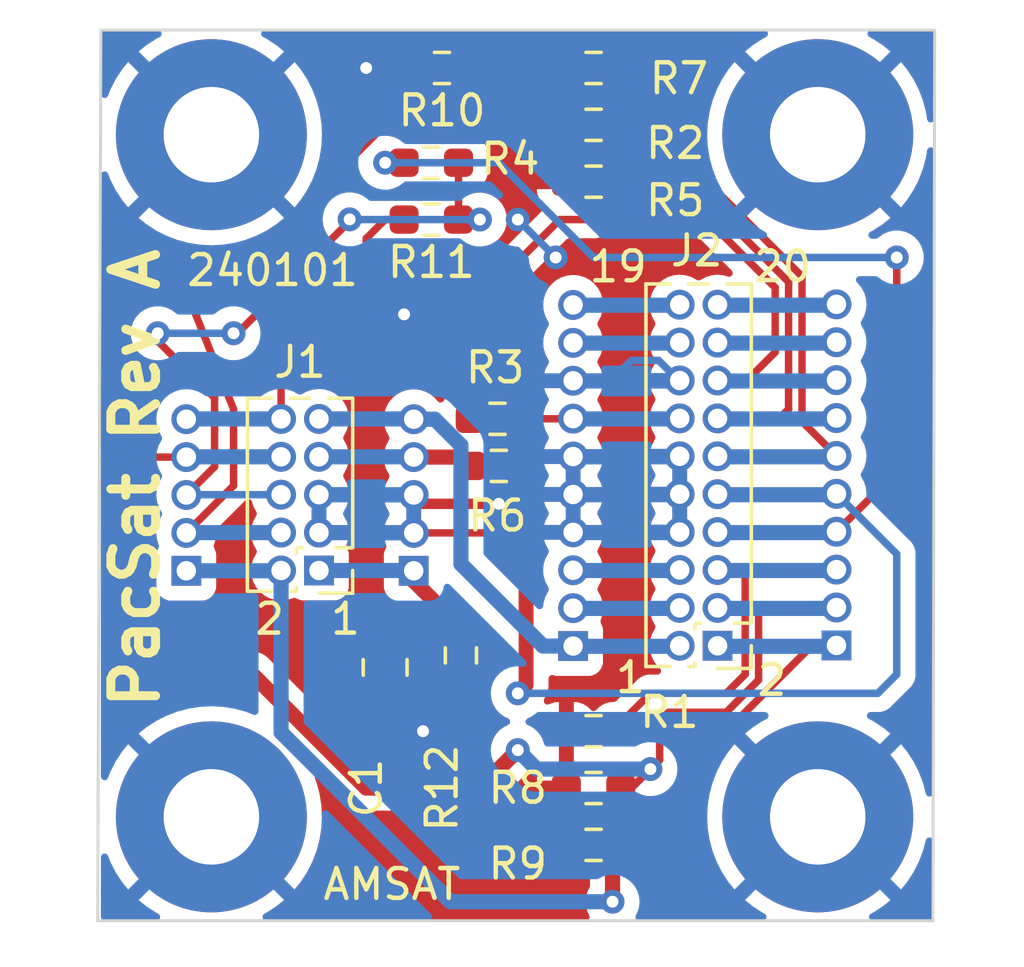
<source format=kicad_pcb>
(kicad_pcb (version 20221018) (generator pcbnew)
  (layers (0 "F.Cu" signal) (31 "B.Cu" signal) (34 "B.Paste" user) (35 "F.Paste" user) (36 "B.SilkS" user "B.Silkscreen") (37 "F.SilkS" user "F.Silkscreen") (38 "B.Mask" user) (39 "F.Mask" user) (44 "Edge.Cuts" user))
  (net 0 "")
  (net 1 "+3.3V")
  (net 2 "Net-(J1-Pin_2)")
  (net 3 "GND")
  (net 4 "Net-(J1-Pin_4)")
  (net 5 "Net-(J1-Pin_6)")
  (net 6 "Net-(J1-Pin_7)")
  (net 7 "Net-(J1-Pin_8)")
  (net 8 "Net-(J1-Pin_10)")
  (net 9 "Net-(J2-Pin_4)")
  (net 10 "Net-(J2-Pin_6)")
  (net 11 "Net-(J2-Pin_14)")
  (net 12 "Net-(J2-Pin_19)")
  (net 13 "Net-(J1-Pin_9)")
  (net 14 "Net-(J2-Pin_9)")
  (net 15 "Net-(J2-Pin_11)")
  (net 16 "Net-(J2-Pin_17)")
  (net 17 "Net-(J2-Pin_18)")
  (net 18 "Net-(J2-Pin_20)")
  (net 19 "Net-(J2-Pin_7)")
  (net 20 "VDD")
  (net 21 "Net-(J2-Pin_5)")
  (net 22 "Net-(J2-Pin_13)")
  (footprint "Resistor_SMD:R_0603_1608Metric_Pad0.98x0.95mm_HandSolder" (layer "F.Cu") (at 97.1106 81.606269)
    (fp_text reference "R3" (at -0.079462 -1.71419) (layer "F.SilkS"))
    (fp_text value "5.1K")
    (fp_line (start -0.254724 -0.5225) (end 0.254724 -0.5225) (stroke (width 0.12)) (layer "F.SilkS"))
    (fp_line (start -0.254724 0.5225) (end 0.254724 0.5225) (stroke (width 0.12)) (layer "F.SilkS"))
    (pad "1" smd roundrect (at -0.9125 0) (size 0.975 0.95) (layers "F.Cu" "F.Paste" "F.Mask") (net 1 "+3.3V"))
    (pad "2" smd roundrect (at 0.9125 0) (size 0.975 0.95) (layers "F.Cu" "F.Paste" "F.Mask") (net 11 "Net-(J2-Pin_14)"))
  )
  (footprint "Connector_PinHeader_1.27mm:PinHeader_2x05_P1.27mm_Vertical" (layer "F.Cu") (at 91.1275 86.690231 180)
    (fp_text reference "J1" (at 0.635 6.985) (layer "F.SilkS"))
    (fp_text value "CONN_02X05")
    (fp_line (start -1.13 -0.76) (end 0 -0.76) (stroke (width 0.12)) (layer "F.SilkS"))
    (fp_line (start -1.13 0) (end -1.13 -0.76) (stroke (width 0.12)) (layer "F.SilkS"))
    (fp_line (start -1.13 0.76) (end -1.13 5.775) (stroke (width 0.12)) (layer "F.SilkS"))
    (fp_line (start -1.13 0.76) (end -0.563471 0.76) (stroke (width 0.12)) (layer "F.SilkS"))
    (fp_line (start -1.13 5.775) (end -0.30753 5.775) (stroke (width 0.12)) (layer "F.SilkS"))
    (fp_line (start 0.30753 5.775) (end 0.96247 5.775) (stroke (width 0.12)) (layer "F.SilkS"))
    (fp_line (start 0.563471 0.76) (end 0.706529 0.76) (stroke (width 0.12)) (layer "F.SilkS"))
    (fp_line (start 0.76 -0.695) (end 0.96247 -0.695) (stroke (width 0.12)) (layer "F.SilkS"))
    (fp_line (start 0.76 -0.563471) (end 0.76 -0.695) (stroke (width 0.12)) (layer "F.SilkS"))
    (fp_line (start 0.76 0.706529) (end 0.76 0.563471) (stroke (width 0.12)) (layer "F.SilkS"))
    (fp_line (start 1.57753 -0.695) (end 2.4 -0.695) (stroke (width 0.12)) (layer "F.SilkS"))
    (fp_line (start 1.57753 5.775) (end 2.4 5.775) (stroke (width 0.12)) (layer "F.SilkS"))
    (fp_line (start 2.4 -0.695) (end 2.4 5.775) (stroke (width 0.12)) (layer "F.SilkS"))
    (pad "1" thru_hole rect (at 0 0 180) (size 1 1) (drill 0.65) (layers "*.Cu" "*.Mask") (net 20 "VDD"))
    (pad "2" thru_hole oval (at 1.27 0 180) (size 1 1) (drill 0.65) (layers "*.Cu" "*.Mask") (net 2 "Net-(J1-Pin_2)"))
    (pad "3" thru_hole oval (at 0 1.27 180) (size 1 1) (drill 0.65) (layers "*.Cu" "*.Mask") (net 3 "GND"))
    (pad "4" thru_hole oval (at 1.27 1.27 180) (size 1 1) (drill 0.65) (layers "*.Cu" "*.Mask") (net 4 "Net-(J1-Pin_4)"))
    (pad "5" thru_hole oval (at 0 2.54 180) (size 1 1) (drill 0.65) (layers "*.Cu" "*.Mask") (net 3 "GND"))
    (pad "6" thru_hole oval (at 1.27 2.54 180) (size 1 1) (drill 0.65) (layers "*.Cu" "*.Mask") (net 5 "Net-(J1-Pin_6)"))
    (pad "7" thru_hole oval (at 0 3.81 180) (size 1 1) (drill 0.65) (layers "*.Cu" "*.Mask") (net 6 "Net-(J1-Pin_7)"))
    (pad "8" thru_hole oval (at 1.27 3.81 180) (size 1 1) (drill 0.65) (layers "*.Cu" "*.Mask") (net 7 "Net-(J1-Pin_8)"))
    (pad "9" thru_hole oval (at 0 5.08 180) (size 1 1) (drill 0.65) (layers "*.Cu" "*.Mask") (net 13 "Net-(J1-Pin_9)"))
    (pad "10" thru_hole oval (at 1.27 5.08 180) (size 1 1) (drill 0.65) (layers "*.Cu" "*.Mask") (net 8 "Net-(J1-Pin_10)"))
  )
  (footprint "MountingHole:MountingHole_3.2mm_M3_Pad_TopBottom" (layer "F.Cu") (at 87.52205 94.945231)
    (fp_text reference "H4" hide)
    (fp_text value "MountingHole_Pad")
    (pad "1" thru_hole circle (at 0 0) (size 3.6 3.6) (drill 3.2) (layers "*.Cu" "*.Mask") (net 3 "GND"))
    (pad "1" connect circle (at 0 0) (size 6.4 6.4) (layers "F.Cu" "F.Mask") (net 3 "GND"))
    (pad "1" connect circle (at 0 0) (size 6.4 6.4) (layers "B.Cu" "B.Mask") (net 3 "GND"))
  )
  (footprint "MountingHole:MountingHole_3.2mm_M3_Pad_TopBottom" (layer "F.Cu") (at 107.84205 72.085231)
    (fp_text reference "H1" hide)
    (fp_text value "MountingHole_Pad" hide)
    (pad "1" thru_hole circle (at 0 0) (size 3.6 3.6) (drill 3.2) (layers "*.Cu" "*.Mask") (net 3 "GND"))
    (pad "1" connect circle (at 0 0) (size 6.4 6.4) (layers "F.Cu" "F.Mask") (net 3 "GND"))
    (pad "1" connect circle (at 0 0) (size 6.4 6.4) (layers "B.Cu" "B.Mask") (net 3 "GND"))
  )
  (footprint "Resistor_SMD:R_0603_1608Metric_Pad0.98x0.95mm_HandSolder" (layer "F.Cu") (at 100.33 71.755)
    (fp_text reference "R2" (at 2.73664 0.619086) (layer "F.SilkS"))
    (fp_text value "5.1K")
    (fp_line (start -0.254724 -0.5225) (end 0.254724 -0.5225) (stroke (width 0.12)) (layer "F.SilkS"))
    (fp_line (start -0.254724 0.5225) (end 0.254724 0.5225) (stroke (width 0.12)) (layer "F.SilkS"))
    (pad "1" smd roundrect (at -0.9125 0) (size 0.975 0.95) (layers "F.Cu" "F.Paste" "F.Mask") (net 1 "+3.3V"))
    (pad "2" smd roundrect (at 0.9125 0) (size 0.975 0.95) (layers "F.Cu" "F.Paste" "F.Mask") (net 22 "Net-(J2-Pin_13)"))
  )
  (footprint "Resistor_SMD:R_0603_1608Metric_Pad0.98x0.95mm_HandSolder" (layer "F.Cu") (at 94.8925 73.025 180)
    (fp_text reference "R4" (at -2.6435 0.127) (layer "F.SilkS"))
    (fp_text value "22")
    (fp_line (start -0.254724 -0.5225) (end 0.254724 -0.5225) (stroke (width 0.12)) (layer "F.SilkS"))
    (fp_line (start -0.254724 0.5225) (end 0.254724 0.5225) (stroke (width 0.12)) (layer "F.SilkS"))
    (pad "1" smd roundrect (at -0.9125 0 180) (size 0.975 0.95) (layers "F.Cu" "F.Paste" "F.Mask") (net 5 "Net-(J1-Pin_6)"))
    (pad "2" smd roundrect (at 0.9125 0 180) (size 0.975 0.95) (layers "F.Cu" "F.Paste" "F.Mask") (net 19 "Net-(J2-Pin_7)"))
  )
  (footprint "Resistor_SMD:R_0603_1608Metric_Pad0.98x0.95mm_HandSolder" (layer "F.Cu") (at 100.33 93.98)
    (fp_text reference "R8" (at -2.54 0) (layer "F.SilkS"))
    (fp_text value "5.1K")
    (fp_line (start -0.254724 -0.5225) (end 0.254724 -0.5225) (stroke (width 0.12)) (layer "F.SilkS"))
    (fp_line (start -0.254724 0.5225) (end 0.254724 0.5225) (stroke (width 0.12)) (layer "F.SilkS"))
    (pad "1" smd roundrect (at -0.9125 0) (size 0.975 0.95) (layers "F.Cu" "F.Paste" "F.Mask") (net 1 "+3.3V"))
    (pad "2" smd roundrect (at 0.9125 0) (size 0.975 0.95) (layers "F.Cu" "F.Paste" "F.Mask") (net 7 "Net-(J1-Pin_8)"))
  )
  (footprint "Resistor_SMD:R_0603_1608Metric_Pad0.98x0.95mm_HandSolder" (layer "F.Cu") (at 100.33 73.66)
    (fp_text reference "R5" (at 2.73664 0.631995) (layer "F.SilkS"))
    (fp_text value "5.1K")
    (fp_line (start -0.254724 -0.5225) (end 0.254724 -0.5225) (stroke (width 0.12)) (layer "F.SilkS"))
    (fp_line (start -0.254724 0.5225) (end 0.254724 0.5225) (stroke (width 0.12)) (layer "F.SilkS"))
    (pad "1" smd roundrect (at -0.9125 0) (size 0.975 0.95) (layers "F.Cu" "F.Paste" "F.Mask") (net 1 "+3.3V"))
    (pad "2" smd roundrect (at 0.9125 0) (size 0.975 0.95) (layers "F.Cu" "F.Paste" "F.Mask") (net 8 "Net-(J1-Pin_10)"))
  )
  (footprint "Resistor_SMD:R_0603_1608Metric_Pad0.98x0.95mm_HandSolder" (layer "F.Cu") (at 100.33 69.85)
    (fp_text reference "R7" (at 2.862818 0.353821) (layer "F.SilkS"))
    (fp_text value "22")
    (fp_line (start -0.254724 -0.5225) (end 0.254724 -0.5225) (stroke (width 0.12)) (layer "F.SilkS"))
    (fp_line (start -0.254724 0.5225) (end 0.254724 0.5225) (stroke (width 0.12)) (layer "F.SilkS"))
    (pad "1" smd roundrect (at -0.9125 0) (size 0.975 0.95) (layers "F.Cu" "F.Paste" "F.Mask") (net 4 "Net-(J1-Pin_4)"))
    (pad "2" smd roundrect (at 0.9125 0) (size 0.975 0.95) (layers "F.Cu" "F.Paste" "F.Mask") (net 15 "Net-(J2-Pin_11)"))
  )
  (footprint "Resistor_SMD:R_0603_1608Metric_Pad0.98x0.95mm_HandSolder" (layer "F.Cu") (at 94.8925 74.93 180)
    (fp_text reference "R11" (at 0 -1.43) (layer "F.SilkS"))
    (fp_text value "5.1K")
    (fp_line (start -0.254724 -0.5225) (end 0.254724 -0.5225) (stroke (width 0.12)) (layer "F.SilkS"))
    (fp_line (start -0.254724 0.5225) (end 0.254724 0.5225) (stroke (width 0.12)) (layer "F.SilkS"))
    (pad "1" smd roundrect (at -0.9125 0 180) (size 0.975 0.95) (layers "F.Cu" "F.Paste" "F.Mask") (net 5 "Net-(J1-Pin_6)"))
    (pad "2" smd roundrect (at 0.9125 0 180) (size 0.975 0.95) (layers "F.Cu" "F.Paste" "F.Mask") (net 3 "GND"))
  )
  (footprint "Connector_PinHeader_1.27mm:PinHeader_1x05_P1.27mm_Vertical" (layer "F.Cu") (at 94.3025 86.700231 180)
    (fp_text reference "J3" hide)
    (fp_text value "Conn_01x05_Pin")
    (pad "1" thru_hole rect (at 0 0 180) (size 1 1) (drill 0.65) (layers "*.Cu" "*.Mask") (net 20 "VDD"))
    (pad "2" thru_hole oval (at 0 1.27 180) (size 1 1) (drill 0.65) (layers "*.Cu" "*.Mask") (net 3 "GND"))
    (pad "3" thru_hole oval (at 0 2.54 180) (size 1 1) (drill 0.65) (layers "*.Cu" "*.Mask") (net 3 "GND"))
    (pad "4" thru_hole oval (at 0 3.81 180) (size 1 1) (drill 0.65) (layers "*.Cu" "*.Mask") (net 6 "Net-(J1-Pin_7)"))
    (pad "5" thru_hole oval (at 0 5.08 180) (size 1 1) (drill 0.65) (layers "*.Cu" "*.Mask") (net 13 "Net-(J1-Pin_9)"))
  )
  (footprint "Connector_PinHeader_1.27mm:PinHeader_1x10_P1.27mm_Vertical" (layer "F.Cu") (at 108.470146 89.200478 180)
    (fp_text reference "J5" hide)
    (fp_text value "Conn_01x10_Pin")
    (pad "1" thru_hole rect (at 0 0 180) (size 1 1) (drill 0.65) (layers "*.Cu" "*.Mask") (net 2 "Net-(J1-Pin_2)"))
    (pad "2" thru_hole oval (at 0 1.27 180) (size 1 1) (drill 0.65) (layers "*.Cu" "*.Mask") (net 7 "Net-(J1-Pin_8)"))
    (pad "3" thru_hole oval (at 0 2.54 180) (size 1 1) (drill 0.65) (layers "*.Cu" "*.Mask") (net 21 "Net-(J2-Pin_5)"))
    (pad "4" thru_hole oval (at 0 3.81 180) (size 1 1) (drill 0.65) (layers "*.Cu" "*.Mask") (net 19 "Net-(J2-Pin_7)"))
    (pad "5" thru_hole oval (at 0 5.08 180) (size 1 1) (drill 0.65) (layers "*.Cu" "*.Mask") (net 14 "Net-(J2-Pin_9)"))
    (pad "6" thru_hole oval (at 0 6.35 180) (size 1 1) (drill 0.65) (layers "*.Cu" "*.Mask") (net 15 "Net-(J2-Pin_11)"))
    (pad "7" thru_hole oval (at 0 7.62 180) (size 1 1) (drill 0.65) (layers "*.Cu" "*.Mask") (net 22 "Net-(J2-Pin_13)"))
    (pad "8" thru_hole oval (at 0 8.89 180) (size 1 1) (drill 0.65) (layers "*.Cu" "*.Mask") (net 8 "Net-(J1-Pin_10)"))
    (pad "9" thru_hole oval (at 0 10.16 180) (size 1 1) (drill 0.65) (layers "*.Cu" "*.Mask") (net 16 "Net-(J2-Pin_17)"))
    (pad "10" thru_hole oval (at 0 11.43 180) (size 1 1) (drill 0.65) (layers "*.Cu" "*.Mask") (net 12 "Net-(J2-Pin_19)"))
  )
  (footprint "Resistor_SMD:R_0603_1608Metric_Pad0.98x0.95mm_HandSolder" (layer "F.Cu") (at 97.155 83.185)
    (fp_text reference "R6" (at -0.050842 1.672425) (layer "F.SilkS"))
    (fp_text value "22")
    (fp_line (start -0.254724 -0.5225) (end 0.254724 -0.5225) (stroke (width 0.12)) (layer "F.SilkS"))
    (fp_line (start -0.254724 0.5225) (end 0.254724 0.5225) (stroke (width 0.12)) (layer "F.SilkS"))
    (pad "1" smd roundrect (at -0.9125 0) (size 0.975 0.95) (layers "F.Cu" "F.Paste" "F.Mask") (net 6 "Net-(J1-Pin_7)"))
    (pad "2" smd roundrect (at 0.9125 0) (size 0.975 0.95) (layers "F.Cu" "F.Paste" "F.Mask") (net 14 "Net-(J2-Pin_9)"))
  )
  (footprint "Connector_PinHeader_1.27mm:PinHeader_2x10_P1.27mm_Vertical" (layer "F.Cu") (at 104.485517 89.212421 180)
    (fp_text reference "J2" (at 0.699247 13.238363) (layer "F.SilkS"))
    (fp_text value "CONN_02X05")
    (fp_line (start -1.13 -0.76) (end 0 -0.76) (stroke (width 0.12)) (layer "F.SilkS"))
    (fp_line (start -1.13 0) (end -1.13 -0.76) (stroke (width 0.12)) (layer "F.SilkS"))
    (fp_line (start -1.13 0.76) (end -1.13 12.125) (stroke (width 0.12)) (layer "F.SilkS"))
    (fp_line (start -1.13 0.76) (end -0.563471 0.76) (stroke (width 0.12)) (layer "F.SilkS"))
    (fp_line (start -1.13 12.125) (end -0.30753 12.125) (stroke (width 0.12)) (layer "F.SilkS"))
    (fp_line (start 0.30753 12.125) (end 0.96247 12.125) (stroke (width 0.12)) (layer "F.SilkS"))
    (fp_line (start 0.563471 0.76) (end 0.706529 0.76) (stroke (width 0.12)) (layer "F.SilkS"))
    (fp_line (start 0.76 -0.695) (end 0.96247 -0.695) (stroke (width 0.12)) (layer "F.SilkS"))
    (fp_line (start 0.76 -0.563471) (end 0.76 -0.695) (stroke (width 0.12)) (layer "F.SilkS"))
    (fp_line (start 0.76 0.706529) (end 0.76 0.563471) (stroke (width 0.12)) (layer "F.SilkS"))
    (fp_line (start 1.57753 -0.695) (end 2.4 -0.695) (stroke (width 0.12)) (layer "F.SilkS"))
    (fp_line (start 1.57753 12.125) (end 2.4 12.125) (stroke (width 0.12)) (layer "F.SilkS"))
    (fp_line (start 2.4 -0.695) (end 2.4 12.125) (stroke (width 0.12)) (layer "F.SilkS"))
    (pad "1" thru_hole rect (at 0 0 180) (size 1 1) (drill 0.65) (layers "*.Cu" "*.Mask") (net 2 "Net-(J1-Pin_2)"))
    (pad "2" thru_hole oval (at 1.27 0 180) (size 1 1) (drill 0.65) (layers "*.Cu" "*.Mask") (net 13 "Net-(J1-Pin_9)"))
    (pad "3" thru_hole oval (at 0 1.27 180) (size 1 1) (drill 0.65) (layers "*.Cu" "*.Mask") (net 7 "Net-(J1-Pin_8)"))
    (pad "4" thru_hole oval (at 1.27 1.27 180) (size 1 1) (drill 0.65) (layers "*.Cu" "*.Mask") (net 9 "Net-(J2-Pin_4)"))
    (pad "5" thru_hole oval (at 0 2.54 180) (size 1 1) (drill 0.65) (layers "*.Cu" "*.Mask") (net 21 "Net-(J2-Pin_5)"))
    (pad "6" thru_hole oval (at 1.27 2.54 180) (size 1 1) (drill 0.65) (layers "*.Cu" "*.Mask") (net 10 "Net-(J2-Pin_6)"))
    (pad "7" thru_hole oval (at 0 3.81 180) (size 1 1) (drill 0.65) (layers "*.Cu" "*.Mask") (net 19 "Net-(J2-Pin_7)"))
    (pad "8" thru_hole oval (at 1.27 3.81 180) (size 1 1) (drill 0.65) (layers "*.Cu" "*.Mask") (net 3 "GND"))
    (pad "9" thru_hole oval (at 0 5.08 180) (size 1 1) (drill 0.65) (layers "*.Cu" "*.Mask") (net 14 "Net-(J2-Pin_9)"))
    (pad "10" thru_hole oval (at 1.27 5.08 180) (size 1 1) (drill 0.65) (layers "*.Cu" "*.Mask") (net 3 "GND"))
    (pad "11" thru_hole oval (at 0 6.35 180) (size 1 1) (drill 0.65) (layers "*.Cu" "*.Mask") (net 15 "Net-(J2-Pin_11)"))
    (pad "12" thru_hole oval (at 1.27 6.35 180) (size 1 1) (drill 0.65) (layers "*.Cu" "*.Mask") (net 3 "GND"))
    (pad "13" thru_hole oval (at 0 7.62 180) (size 1 1) (drill 0.65) (layers "*.Cu" "*.Mask") (net 22 "Net-(J2-Pin_13)"))
    (pad "14" thru_hole oval (at 1.27 7.62 180) (size 1 1) (drill 0.65) (layers "*.Cu" "*.Mask") (net 11 "Net-(J2-Pin_14)"))
    (pad "15" thru_hole oval (at 0 8.89 180) (size 1 1) (drill 0.65) (layers "*.Cu" "*.Mask") (net 8 "Net-(J1-Pin_10)"))
    (pad "16" thru_hole oval (at 1.27 8.89 180) (size 1 1) (drill 0.65) (layers "*.Cu" "*.Mask") (net 3 "GND"))
    (pad "17" thru_hole oval (at 0 10.16 180) (size 1 1) (drill 0.65) (layers "*.Cu" "*.Mask") (net 16 "Net-(J2-Pin_17)"))
    (pad "18" thru_hole oval (at 1.27 10.16 180) (size 1 1) (drill 0.65) (layers "*.Cu" "*.Mask") (net 17 "Net-(J2-Pin_18)"))
    (pad "19" thru_hole oval (at 0 11.43 180) (size 1 1) (drill 0.65) (layers "*.Cu" "*.Mask") (net 12 "Net-(J2-Pin_19)"))
    (pad "20" thru_hole oval (at 1.27 11.43 180) (size 1 1) (drill 0.65) (layers "*.Cu" "*.Mask") (net 18 "Net-(J2-Pin_20)"))
  )
  (footprint "Connector_PinHeader_1.27mm:PinHeader_1x05_P1.27mm_Vertical" (layer "F.Cu") (at 86.6825 86.69952 180)
    (fp_text reference "J4" hide)
    (fp_text value "Conn_01x05_Pin")
    (pad "1" thru_hole rect (at 0 0 180) (size 1 1) (drill 0.65) (layers "*.Cu" "*.Mask") (net 2 "Net-(J1-Pin_2)"))
    (pad "2" thru_hole oval (at 0 1.27 180) (size 1 1) (drill 0.65) (layers "*.Cu" "*.Mask") (net 4 "Net-(J1-Pin_4)"))
    (pad "3" thru_hole oval (at 0 2.54 180) (size 1 1) (drill 0.65) (layers "*.Cu" "*.Mask") (net 5 "Net-(J1-Pin_6)"))
    (pad "4" thru_hole oval (at 0 3.81 180) (size 1 1) (drill 0.65) (layers "*.Cu" "*.Mask") (net 7 "Net-(J1-Pin_8)"))
    (pad "5" thru_hole oval (at 0 5.08 180) (size 1 1) (drill 0.65) (layers "*.Cu" "*.Mask") (net 8 "Net-(J1-Pin_10)"))
  )
  (footprint "Resistor_SMD:R_0603_1608Metric_Pad0.98x0.95mm_HandSolder" (layer "F.Cu") (at 95.885 89.535 90)
    (fp_text reference "R12" (at -4.445 -0.635 90) (layer "F.SilkS"))
    (fp_text value "100")
    (fp_line (start -0.254724 -0.5225) (end 0.254724 -0.5225) (stroke (width 0.12)) (layer "F.SilkS"))
    (fp_line (start -0.254724 0.5225) (end 0.254724 0.5225) (stroke (width 0.12)) (layer "F.SilkS"))
    (pad "1" smd roundrect (at -0.9125 0 90) (size 0.975 0.95) (layers "F.Cu" "F.Paste" "F.Mask") (net 1 "+3.3V"))
    (pad "2" smd roundrect (at 0.9125 0 90) (size 0.975 0.95) (layers "F.Cu" "F.Paste" "F.Mask") (net 20 "VDD"))
  )
  (footprint "Capacitor_SMD:C_0805_2012Metric_Pad1.18x1.45mm_HandSolder" (layer "F.Cu") (at 93.345 89.9375 -90)
    (fp_text reference "C1" (at 4.0425 0.635 90) (layer "F.SilkS"))
    (fp_text value ".1u")
    (fp_line (start -0.261252 -0.735) (end 0.261252 -0.735) (stroke (width 0.12)) (layer "F.SilkS"))
    (fp_line (start -0.261252 0.735) (end 0.261252 0.735) (stroke (width 0.12)) (layer "F.SilkS"))
    (pad "1" smd roundrect (at -1.0375 0 270) (size 1.175 1.45) (layers "F.Cu" "F.Paste" "F.Mask") (roundrect_rratio 0.212766) (net 1 "+3.3V"))
    (pad "2" smd roundrect (at 1.0375 0 270) (size 1.175 1.45) (layers "F.Cu" "F.Paste" "F.Mask") (roundrect_rratio 0.212766) (net 3 "GND"))
  )
  (footprint "Resistor_SMD:R_0603_1608Metric_Pad0.98x0.95mm_HandSolder" (layer "F.Cu") (at 95.25 69.85 180)
    (fp_text reference "R10" (at 0 -1.43) (layer "F.SilkS"))
    (fp_text value "5.1K")
    (fp_line (start -0.254724 -0.5225) (end 0.254724 -0.5225) (stroke (width 0.12)) (layer "F.SilkS"))
    (fp_line (start -0.254724 0.5225) (end 0.254724 0.5225) (stroke (width 0.12)) (layer "F.SilkS"))
    (pad "1" smd roundrect (at -0.9125 0 180) (size 0.975 0.95) (layers "F.Cu" "F.Paste" "F.Mask") (net 4 "Net-(J1-Pin_4)"))
    (pad "2" smd roundrect (at 0.9125 0 180) (size 0.975 0.95) (layers "F.Cu" "F.Paste" "F.Mask") (net 3 "GND"))
  )
  (footprint "Connector_PinHeader_1.27mm:PinHeader_1x10_P1.27mm_Vertical" (layer "F.Cu") (at 99.644309 89.221539 180)
    (fp_text reference "J6" hide)
    (fp_text value "Conn_01x10_Pin")
    (pad "1" thru_hole rect (at 0 0 180) (size 1 1) (drill 0.65) (layers "*.Cu" "*.Mask") (net 13 "Net-(J1-Pin_9)"))
    (pad "2" thru_hole oval (at 0 1.27 180) (size 1 1) (drill 0.65) (layers "*.Cu" "*.Mask") (net 9 "Net-(J2-Pin_4)"))
    (pad "3" thru_hole oval (at 0 2.54 180) (size 1 1) (drill 0.65) (layers "*.Cu" "*.Mask") (net 10 "Net-(J2-Pin_6)"))
    (pad "4" thru_hole oval (at 0 3.81 180) (size 1 1) (drill 0.65) (layers "*.Cu" "*.Mask") (net 3 "GND"))
    (pad "5" thru_hole oval (at 0 5.08 180) (size 1 1) (drill 0.65) (layers "*.Cu" "*.Mask") (net 3 "GND"))
    (pad "6" thru_hole oval (at 0 6.35 180) (size 1 1) (drill 0.65) (layers "*.Cu" "*.Mask") (net 3 "GND"))
    (pad "7" thru_hole oval (at 0 7.62 180) (size 1 1) (drill 0.65) (layers "*.Cu" "*.Mask") (net 11 "Net-(J2-Pin_14)"))
    (pad "8" thru_hole oval (at 0 8.89 180) (size 1 1) (drill 0.65) (layers "*.Cu" "*.Mask") (net 3 "GND"))
    (pad "9" thru_hole oval (at 0 10.16 180) (size 1 1) (drill 0.65) (layers "*.Cu" "*.Mask") (net 17 "Net-(J2-Pin_18)"))
    (pad "10" thru_hole oval (at 0 11.43 180) (size 1 1) (drill 0.65) (layers "*.Cu" "*.Mask") (net 18 "Net-(J2-Pin_20)"))
  )
  (footprint "Resistor_SMD:R_0603_1608Metric_Pad0.98x0.95mm_HandSolder" (layer "F.Cu") (at 100.33 95.885)
    (fp_text reference "R9" (at -2.54 0.635) (layer "F.SilkS"))
    (fp_text value "5.1K")
    (fp_line (start -0.254724 -0.5225) (end 0.254724 -0.5225) (stroke (width 0.12)) (layer "F.SilkS"))
    (fp_line (start -0.254724 0.5225) (end 0.254724 0.5225) (stroke (width 0.12)) (layer "F.SilkS"))
    (pad "1" smd roundrect (at -0.9125 0) (size 0.975 0.95) (layers "F.Cu" "F.Paste" "F.Mask") (net 1 "+3.3V"))
    (pad "2" smd roundrect (at 0.9125 0) (size 0.975 0.95) (layers "F.Cu" "F.Paste" "F.Mask") (net 2 "Net-(J1-Pin_2)"))
  )
  (footprint "MountingHole:MountingHole_3.2mm_M3_Pad_TopBottom" (layer "F.Cu") (at 87.52205 72.085231)
    (fp_text reference "H3" hide)
    (fp_text value "MountingHole_Pad")
    (pad "1" thru_hole circle (at 0 0) (size 3.6 3.6) (drill 3.2) (layers "*.Cu" "*.Mask") (net 3 "GND"))
    (pad "1" connect circle (at 0 0) (size 6.4 6.4) (layers "F.Cu" "F.Mask") (net 3 "GND"))
    (pad "1" connect circle (at 0 0) (size 6.4 6.4) (layers "B.Cu" "B.Mask") (net 3 "GND"))
  )
  (footprint "MountingHole:MountingHole_3.2mm_M3_Pad_TopBottom" (layer "F.Cu") (at 107.84205 94.945231)
    (fp_text reference "H2" hide)
    (fp_text value "MountingHole_Pad")
    (pad "1" thru_hole circle (at 0 0) (size 3.6 3.6) (drill 3.2) (layers "*.Cu" "*.Mask") (net 3 "GND"))
    (pad "1" connect circle (at 0 0) (size 6.4 6.4) (layers "F.Cu" "F.Mask") (net 3 "GND"))
    (pad "1" connect circle (at 0 0) (size 6.4 6.4) (layers "B.Cu" "B.Mask") (net 3 "GND"))
  )
  (footprint "Resistor_SMD:R_0603_1608Metric_Pad0.98x0.95mm_HandSolder" (layer "F.Cu") (at 100.33 92.075)
    (fp_text reference "R1" (at 2.54 -0.635) (layer "F.SilkS"))
    (fp_text value "100")
    (fp_line (start -0.254724 -0.5225) (end 0.254724 -0.5225) (stroke (width 0.12)) (layer "F.SilkS"))
    (fp_line (start -0.254724 0.5225) (end 0.254724 0.5225) (stroke (width 0.12)) (layer "F.SilkS"))
    (pad "1" smd roundrect (at -0.9125 0) (size 0.975 0.95) (layers "F.Cu" "F.Paste" "F.Mask") (net 1 "+3.3V"))
    (pad "2" smd roundrect (at 0.9125 0) (size 0.975 0.95) (layers "F.Cu" "F.Paste" "F.Mask") (net 21 "Net-(J2-Pin_5)"))
  )
  (gr_line (start 111.76 68.58) (end 83.82 68.58) (stroke (width 0.1)) (layer "Edge.Cuts"))
  (gr_line (start 83.71205 98.425) (end 111.703485 98.425) (stroke (width 0.1)) (layer "Edge.Cuts"))
  (gr_line (start 83.71205 98.425) (end 83.82 68.58) (stroke (width 0.1)) (layer "Edge.Cuts"))
  (gr_line (start 111.76 68.58) (end 111.703485 98.425) (stroke (width 0.1)) (layer "Edge.Cuts"))
  (gr_text "20" (at 105.615517 77.087421) (layer "F.SilkS") (effects (font (size 1 1)) (justify left bottom)))
  (gr_text "19" (at 100.101589 77.094201) (layer "F.SilkS") (effects (font (size 1 1)) (justify left bottom)))
  (gr_text "2" (at 88.9 88.9) (layer "F.SilkS") (effects (font (size 1 1)) (justify left bottom)))
  (gr_text "1" (at 91.44 88.9) (layer "F.SilkS") (effects (font (size 1 1)) (justify left bottom)))
  (gr_text "2" (at 105.731782 90.948603) (layer "F.SilkS") (effects (font (size 1 1)) (justify left bottom)))
  (gr_text "PacSat Rev A" (at 85.852 91.44 90) (layer "F.SilkS") (effects (font (size 1.5 1.5) (thickness 0.3) bold) (justify left bottom)))
  (gr_text "1" (at 100.985912 90.860171) (layer "F.SilkS") (effects (font (size 1 1)) (justify left bottom)))
  (gr_text "AMSAT\n" (at 91.186 97.79) (layer "F.SilkS") (effects (font (size 1 1)) (justify left bottom)))
  (gr_text "240101" (at 86.614 77.216) (layer "F.SilkS") (effects (font (size 1 1)) (justify left bottom)))
  (segment (start 99.06 76.2) (end 97.155 78.105) (width 0.25) (layer "F.Cu") (net 1))
  (segment (start 97.155 80.01) (end 96.1981 80.9669) (width 0.25) (layer "F.Cu") (net 1))
  (segment (start 96.1981 80.9669) (end 96.1981 81.606269) (width 0.25) (layer "F.Cu") (net 1))
  (segment (start 97.155 78.105) (end 97.155 80.01) (width 0.25) (layer "F.Cu") (net 1))
  (via (at 97.79 74.93) (size 0.8) (drill 0.4) (layers "F.Cu" "B.Cu") (net 1))
  (via (at 99.06 76.2) (size 0.8) (drill 0.4) (layers "F.Cu" "B.Cu") (net 1))
  (segment (start 99.06 76.2) (end 97.79 74.93) (width 0.25) (layer "B.Cu") (net 1))
  (segment (start 103.387768 94.097232) (end 103.387768 92.19393) (width 0.25) (layer "F.Cu") (net 2))
  (segment (start 103.387768 92.19393) (end 104.658862 92.19393) (width 0.25) (layer "F.Cu") (net 2))
  (segment (start 100.965 96.1625) (end 101.2425 95.885) (width 0.508) (layer "F.Cu") (net 2))
  (segment (start 86.6825 86.69952) (end 86.673211 86.690231) (width 0.508) (layer "F.Cu") (net 2))
  (segment (start 101.6 95.885) (end 103.387768 94.097232) (width 0.25) (layer "F.Cu") (net 2))
  (segment (start 89.848211 86.69952) (end 89.8575 86.690231) (width 0.508) (layer "F.Cu") (net 2))
  (segment (start 107.652314 89.200478) (end 108.470146 89.200478) (width 0.25) (layer "F.Cu") (net 2))
  (segment (start 104.658862 92.19393) (end 107.652314 89.200478) (width 0.25) (layer "F.Cu") (net 2))
  (segment (start 101.2425 95.885) (end 101.6 95.885) (width 0.25) (layer "F.Cu") (net 2))
  (segment (start 100.965 97.79) (end 100.965 96.1625) (width 0.508) (layer "F.Cu") (net 2))
  (via (at 100.965 97.79) (size 0.8) (drill 0.4) (layers "F.Cu" "B.Cu") (net 2))
  (segment (start 100.753629 97.79) (end 100.965 97.79) (width 0.508) (layer "B.Cu") (net 2))
  (segment (start 95.534356 97.79) (end 100.753629 97.79) (width 0.508) (layer "B.Cu") (net 2))
  (segment (start 89.8575 86.690231) (end 89.8575 92.113144) (width 0.508) (layer "B.Cu") (net 2))
  (segment (start 108.47705 89.230231) (end 104.66705 89.230231) (width 0.508) (layer "B.Cu") (net 2))
  (segment (start 89.8575 92.113144) (end 95.534356 97.79) (width 0.508) (layer "B.Cu") (net 2))
  (segment (start 100.965 97.79) (end 101.030582 97.79) (width 0.508) (layer "B.Cu") (net 2))
  (segment (start 86.6825 86.69952) (end 89.848211 86.69952) (width 0.508) (layer "B.Cu") (net 2))
  (segment (start 94.615 92.075) (end 94.445 92.075) (width 0.25) (layer "F.Cu") (net 3))
  (segment (start 94.2925 84.150231) (end 94.3025 84.160231) (width 0.508) (layer "F.Cu") (net 3))
  (segment (start 97.155 85.09) (end 96.860231 85.430231) (width 0.25) (layer "F.Cu") (net 3))
  (segment (start 92.71 69.85) (end 94.3375 69.85) (width 0.25) (layer "F.Cu") (net 3))
  (segment (start 97.155 84.455) (end 94.597269 84.455) (width 0.35) (layer "F.Cu") (net 3))
  (segment (start 97.155 84.455) (end 97.155 85.09) (width 0.25) (layer "F.Cu") (net 3))
  (segment (start 92.71 78.105) (end 92.71 75.565) (width 0.25) (layer "F.Cu") (net 3))
  (segment (start 96.860231 85.430231) (end 94.3025 85.430231) (width 0.25) (layer "F.Cu") (net 3))
  (segment (start 94.597269 84.455) (end 94.3025 84.160231) (width 0.35) (layer "F.Cu") (net 3))
  (segment (start 94.445 92.075) (end 93.345 90.975) (width 0.25) (layer "F.Cu") (net 3))
  (segment (start 94.2925 85.420231) (end 94.3025 85.430231) (width 0.508) (layer "F.Cu") (net 3))
  (segment (start 93.98 78.105) (end 92.71 78.105) (width 0.25) (layer "F.Cu") (net 3))
  (segment (start 92.71 75.565) (end 93.345 74.93) (width 0.25) (layer "F.Cu") (net 3))
  (segment (start 93.345 74.93) (end 93.98 74.93) (width 0.25) (layer "F.Cu") (net 3))
  (via (at 93.98 78.105) (size 0.8) (drill 0.4) (layers "F.Cu" "B.Cu") (net 3))
  (via (at 92.71 69.85) (size 0.8) (drill 0.4) (layers "F.Cu" "B.Cu") (net 3))
  (via (at 97.155 84.455) (size 0.8) (drill 0.4) (layers "F.Cu" "B.Cu") (net 3))
  (via (at 94.615 92.075) (size 0.8) (drill 0.4) (layers "F.Cu" "B.Cu") (net 3))
  (segment (start 103.182421 80.322421) (end 102.509232 79.649231) (width 0.25) (layer "B.Cu") (net 3))
  (segment (start 102.88781 80.322421) (end 102.87 80.340231) (width 0.25) (layer "B.Cu") (net 3))
  (segment (start 99.58705 80.340231) (end 102.87 80.340231) (width 0.508) (layer "B.Cu") (net 3))
  (segment (start 100.917692 80.331539) (end 99.644309 80.331539) (width 0.25) (layer "B.Cu") (net 3))
  (segment (start 101.6 79.649231) (end 100.917692 80.331539) (width 0.25) (layer "B.Cu") (net 3))
  (segment (start 99.58705 85.420231) (end 103.39705 85.420231) (width 0.508) (layer "B.Cu") (net 3))
  (segment (start 103.215517 80.322421) (end 103.182421 80.322421) (width 0.25) (layer "B.Cu") (net 3))
  (segment (start 102.509232 79.649231) (end 101.6 79.649231) (width 0.25) (layer "B.Cu") (net 3))
  (segment (start 99.58705 82.880231) (end 103.39705 82.880231) (width 0.508) (layer "B.Cu") (net 3))
  (segment (start 103.215517 80.322421) (end 102.88781 80.322421) (width 0.25) (layer "B.Cu") (net 3))
  (segment (start 102.87 80.340231) (end 103.39705 80.340231) (width 0.508) (layer "B.Cu") (net 3))
  (segment (start 91.1275 84.150231) (end 94.2925 84.150231) (width 0.508) (layer "B.Cu") (net 3))
  (segment (start 91.1275 85.420231) (end 94.2925 85.420231) (width 0.508) (layer "B.Cu") (net 3))
  (segment (start 99.58705 84.150231) (end 103.39705 84.150231) (width 0.508) (layer "B.Cu") (net 3))
  (segment (start 98.111539 84.141539) (end 97.155 83.185) (width 0.25) (layer "B.Cu") (net 3))
  (segment (start 99.644309 84.141539) (end 98.111539 84.141539) (width 0.25) (layer "B.Cu") (net 3))
  (segment (start 97.155 81.28) (end 93.98 78.105) (width 0.25) (layer "B.Cu") (net 3))
  (segment (start 97.155 83.185) (end 97.155 81.28) (width 0.25) (layer "B.Cu") (net 3))
  (segment (start 93.98 71.12) (end 86.995 78.105) (width 0.25) (layer "F.Cu") (net 4))
  (segment (start 86.995 78.105) (end 88.265 81.28) (width 0.25) (layer "F.Cu") (net 4))
  (segment (start 99.4175 69.85) (end 97.79 69.85) (width 0.25) (layer "F.Cu") (net 4))
  (segment (start 96.52 71.12) (end 93.98 71.12) (width 0.25) (layer "F.Cu") (net 4))
  (segment (start 96.1625 69.85) (end 96.1625 70.7625) (width 0.25) (layer "F.Cu") (net 4))
  (segment (start 86.691789 85.420231) (end 86.6825 85.42952) (width 0.508) (layer "F.Cu") (net 4))
  (segment (start 88.265 81.28) (end 88.265 83.84702) (width 0.25) (layer "F.Cu") (net 4))
  (segment (start 88.265 83.84702) (end 86.6825 85.42952) (width 0.25) (layer "F.Cu") (net 4))
  (segment (start 96.1625 70.7625) (end 96.52 71.12) (width 0.25) (layer "F.Cu") (net 4))
  (segment (start 97.79 69.85) (end 96.52 71.12) (width 0.25) (layer "F.Cu") (net 4))
  (segment (start 89.8575 85.420231) (end 86.691789 85.420231) (width 0.508) (layer "B.Cu") (net 4))
  (segment (start 92.212336 74.922957) (end 92.205293 74.93) (width 0.25) (layer "F.Cu") (net 5))
  (segment (start 92.155913 74.97938) (end 92.155913 74.922957) (width 0.25) (layer "F.Cu") (net 5))
  (segment (start 86.6825 84.15952) (end 87.63 83.21202) (width 0.25) (layer "F.Cu") (net 5))
  (segment (start 87.63 80.904163) (end 85.725 78.999163) (width 0.25) (layer "F.Cu") (net 5))
  (segment (start 95.805 74.93) (end 95.805 73.025) (width 0.25) (layer "F.Cu") (net 5))
  (segment (start 86.6825 84.15952) (end 86.673211 84.150231) (width 0.508) (layer "F.Cu") (net 5))
  (segment (start 86.691789 84.150231) (end 86.6825 84.15952) (width 0.508) (layer "F.Cu") (net 5))
  (segment (start 88.395293 78.74) (end 92.155913 74.97938) (width 0.25) (layer "F.Cu") (net 5))
  (segment (start 87.63 83.21202) (end 87.63 80.904163) (width 0.25) (layer "F.Cu") (net 5))
  (segment (start 96.52 74.93) (end 95.805 74.93) (width 0.25) (layer "F.Cu") (net 5))
  (segment (start 85.725 78.999163) (end 85.725 78.74) (width 0.25) (layer "F.Cu") (net 5))
  (segment (start 92.155913 74.922957) (end 92.212336 74.922957) (width 0.25) (layer "F.Cu") (net 5))
  (via (at 92.155913 74.922957) (size 0.8) (drill 0.4) (layers "F.Cu" "B.Cu") (net 5))
  (via (at 96.52 74.93) (size 0.8) (drill 0.4) (layers "F.Cu" "B.Cu") (net 5))
  (via (at 85.725 78.74) (size 0.8) (drill 0.4) (layers "F.Cu" "B.Cu") (net 5))
  (via (at 88.265 78.74) (size 0.8) (drill 0.4) (layers "F.Cu" "B.Cu") (net 5))
  (segment (start 89.8575 84.150231) (end 87.63 84.150231) (width 0.25) (layer "B.Cu") (net 5))
  (segment (start 88.265 78.74) (end 88.395293 78.74) (width 0.25) (layer "B.Cu") (net 5))
  (segment (start 85.725 78.74) (end 88.265 78.74) (width 0.25) (layer "B.Cu") (net 5))
  (segment (start 92.205293 74.93) (end 96.52 74.93) (width 0.25) (layer "B.Cu") (net 5))
  (segment (start 87.63 84.150231) (end 86.776484 84.150231) (width 0.25) (layer "B.Cu") (net 5))
  (segment (start 86.691789 84.150231) (end 86.6825 84.15952) (width 0.25) (layer "B.Cu") (net 5))
  (segment (start 87.63 84.150231) (end 86.691789 84.150231) (width 0.25) (layer "B.Cu") (net 5))
  (segment (start 88.265 78.870293) (end 88.265 78.74) (width 0.25) (layer "B.Cu") (net 5))
  (segment (start 94.3025 82.890231) (end 95.947731 82.890231) (width 0.508) (layer "F.Cu") (net 6))
  (segment (start 94.2925 82.880231) (end 94.3025 82.890231) (width 0.508) (layer "F.Cu") (net 6))
  (segment (start 95.947731 82.890231) (end 96.2425 83.185) (width 0.508) (layer "F.Cu") (net 6))
  (segment (start 91.1275 82.880231) (end 94.2925 82.880231) (width 0.508) (layer "B.Cu") (net 6))
  (segment (start 105.86 88.08987) (end 106.019392 87.930478) (width 0.25) (layer "F.Cu") (net 7))
  (segment (start 105.86 90.356396) (end 105.86 88.08987) (width 0.25) (layer "F.Cu") (net 7))
  (segment (start 92.71 93.98) (end 96.52 93.98) (width 0.508) (layer "F.Cu") (net 7))
  (segment (start 88.9 90.17) (end 92.71 93.98) (width 0.508) (layer "F.Cu") (net 7))
  (segment (start 102.543366 91.741572) (end 102.844938 91.44) (width 0.25) (layer "F.Cu") (net 7))
  (segment (start 102.543366 93.036634) (end 102.543366 91.741572) (width 0.25) (layer "F.Cu") (net 7))
  (segment (start 86.691789 82.880231) (end 86.6825 82.88952) (width 0.508) (layer "F.Cu") (net 7))
  (segment (start 104.776396 91.44) (end 105.86 90.356396) (width 0.25) (layer "F.Cu") (net 7))
  (segment (start 106.019392 87.930478) (end 108.470146 87.930478) (width 0.25) (layer "F.Cu") (net 7))
  (segment (start 101.2425 93.98) (end 101.6 93.98) (width 0.25) (layer "F.Cu") (net 7))
  (segment (start 85.38548 82.88952) (end 86.6825 82.88952) (width 0.25) (layer "F.Cu") (net 7))
  (segment (start 102.844938 91.44) (end 104.776396 91.44) (width 0.25) (layer "F.Cu") (net 7))
  (segment (start 101.6 93.98) (end 102.543366 93.036634) (width 0.25) (layer "F.Cu") (net 7))
  (segment (start 85.09 83.185) (end 85.38548 82.88952) (width 0.25) (layer "F.Cu") (net 7))
  (segment (start 96.52 93.98) (end 97.79 92.71) (width 0.508) (layer "F.Cu") (net 7))
  (segment (start 85.09 88.9) (end 85.09 83.185) (width 0.25) (layer "F.Cu") (net 7))
  (segment (start 87.63 88.9) (end 85.09 88.9) (width 0.25) (layer "F.Cu") (net 7))
  (segment (start 88.9 90.17) (end 87.63 88.9) (width 0.25) (layer "F.Cu") (net 7))
  (via (at 102.235 93.345) (size 0.8) (drill 0.4) (layers "F.Cu" "B.Cu") (net 7))
  (via (at 97.79 92.71) (size 0.8) (drill 0.4) (layers "F.Cu" "B.Cu") (net 7))
  (segment (start 98.425 93.345) (end 102.235 93.345) (width 0.508) (layer "B.Cu") (net 7))
  (segment (start 89.8575 82.880231) (end 86.691789 82.880231) (width 0.508) (layer "B.Cu") (net 7))
  (segment (start 97.79 92.71) (end 98.425 93.345) (width 0.508) (layer "B.Cu") (net 7))
  (segment (start 108.47705 87.960231) (end 104.66705 87.960231) (width 0.508) (layer "B.Cu") (net 7))
  (segment (start 99.19875 74.93) (end 100.33 74.93) (width 0.25) (layer "F.Cu") (net 8))
  (segment (start 101.2425 74.0175) (end 101.2425 73.66) (width 0.25) (layer "F.Cu") (net 8))
  (segment (start 90.805 79.375) (end 94.75375 79.375) (width 0.25) (layer "F.Cu") (net 8))
  (segment (start 89.8575 81.610231) (end 89.8575 80.3225) (width 0.25) (layer "F.Cu") (net 8))
  (segment (start 106.415 77.207792) (end 106.415 79.375) (width 0.25) (layer "F.Cu") (net 8))
  (segment (start 101.2425 73.66) (end 102.867208 73.66) (width 0.25) (layer "F.Cu") (net 8))
  (segment (start 89.8575 80.3225) (end 90.805 79.375) (width 0.25) (layer "F.Cu") (net 8))
  (segment (start 106.415 79.375) (end 105.467579 80.322421) (width 0.25) (layer "F.Cu") (net 8))
  (segment (start 86.691789 81.610231) (end 86.6825 81.61952) (width 0.508) (layer "F.Cu") (net 8))
  (segment (start 100.33 74.93) (end 101.2425 74.0175) (width 0.25) (layer "F.Cu") (net 8))
  (segment (start 102.867208 73.66) (end 106.415 77.207792) (width 0.25) (layer "F.Cu") (net 8))
  (segment (start 105.467579 80.322421) (end 104.485517 80.322421) (width 0.25) (layer "F.Cu") (net 8))
  (segment (start 94.75375 79.375) (end 99.19875 74.93) (width 0.25) (layer "F.Cu") (net 8))
  (segment (start 104.66705 80.340231) (end 108.47705 80.340231) (width 0.508) (layer "B.Cu") (net 8))
  (segment (start 89.8575 81.610231) (end 86.691789 81.610231) (width 0.508) (layer "B.Cu") (net 8))
  (segment (start 99.58705 87.960231) (end 103.39705 87.960231) (width 0.508) (layer "B.Cu") (net 9))
  (segment (start 99.58705 86.690231) (end 103.39705 86.690231) (width 0.508) (layer "B.Cu") (net 10))
  (segment (start 99.639579 81.606269) (end 99.644309 81.601539) (width 0.25) (layer "F.Cu") (net 11))
  (segment (start 98.0231 81.606269) (end 99.639579 81.606269) (width 0.25) (layer "F.Cu") (net 11))
  (segment (start 99.58705 81.610231) (end 103.39705 81.610231) (width 0.508) (layer "B.Cu") (net 11))
  (segment (start 104.66705 77.800231) (end 108.47705 77.800231) (width 0.508) (layer "B.Cu") (net 12))
  (segment (start 94.2925 81.610231) (end 94.3025 81.620231) (width 0.508) (layer "F.Cu") (net 13))
  (segment (start 98.636309 89.221539) (end 99.644309 89.221539) (width 0.508) (layer "B.Cu") (net 13))
  (segment (start 95.885 86.47023) (end 98.636309 89.221539) (width 0.508) (layer "B.Cu") (net 13))
  (segment (start 95.885 82.495625) (end 95.885 86.47023) (width 0.508) (layer "B.Cu") (net 13))
  (segment (start 95.009606 81.620231) (end 95.885 82.495625) (width 0.508) (layer "B.Cu") (net 13))
  (segment (start 94.3025 81.620231) (end 95.009606 81.620231) (width 0.508) (layer "B.Cu") (net 13))
  (segment (start 91.1275 81.610231) (end 94.2925 81.610231) (width 0.508) (layer "B.Cu") (net 13))
  (segment (start 99.58705 89.230231) (end 103.39705 89.230231) (width 0.508) (layer "B.Cu") (net 13))
  (segment (start 98.0675 90.5275) (end 97.79 90.805) (width 0.25) (layer "F.Cu") (net 14))
  (segment (start 98.0675 83.185) (end 98.0675 90.5275) (width 0.5) (layer "F.Cu") (net 14))
  (via (at 97.79 90.805) (size 0.8) (drill 0.4) (layers "F.Cu" "B.Cu") (net 14))
  (segment (start 110.49 86.140332) (end 108.470146 84.120478) (width 0.25) (layer "B.Cu") (net 14))
  (segment (start 109.855 90.805) (end 110.49 90.17) (width 0.25) (layer "B.Cu") (net 14))
  (segment (start 104.66705 84.150231) (end 108.47705 84.150231) (width 0.508) (layer "B.Cu") (net 14))
  (segment (start 97.79 90.805) (end 109.855 90.805) (width 0.25) (layer "B.Cu") (net 14))
  (segment (start 110.49 90.17) (end 110.49 86.140332) (width 0.25) (layer "B.Cu") (net 14))
  (segment (start 107.315 76.835) (end 107.315 81.695332) (width 0.25) (layer "F.Cu") (net 15))
  (segment (start 103.505 73.025) (end 107.315 76.835) (width 0.25) (layer "F.Cu") (net 15))
  (segment (start 103.505 72.1125) (end 103.505 73.025) (width 0.25) (layer "F.Cu") (net 15))
  (segment (start 101.2425 69.85) (end 103.505 72.1125) (width 0.25) (layer "F.Cu") (net 15))
  (segment (start 107.315 81.695332) (end 108.470146 82.850478) (width 0.25) (layer "F.Cu") (net 15))
  (segment (start 104.66705 82.880231) (end 108.47705 82.880231) (width 0.508) (layer "B.Cu") (net 15))
  (segment (start 104.66705 79.070231) (end 108.47705 79.070231) (width 0.508) (layer "B.Cu") (net 16))
  (segment (start 99.58705 79.070231) (end 103.39705 79.070231) (width 0.508) (layer "B.Cu") (net 17))
  (segment (start 99.58705 77.800231) (end 103.39705 77.800231) (width 0.508) (layer "B.Cu") (net 18))
  (segment (start 93.345 73.025) (end 93.98 73.025) (width 0.25) (layer "F.Cu") (net 19))
  (segment (start 110.49 83.370624) (end 110.49 76.2) (width 0.25) (layer "F.Cu") (net 19))
  (segment (start 108.470146 85.390478) (end 110.49 83.370624) (width 0.25) (layer "F.Cu") (net 19))
  (via (at 93.345 73.025) (size 0.8) (drill 0.4) (layers "F.Cu" "B.Cu") (net 19))
  (via (at 110.49 76.2) (size 0.8) (drill 0.4) (layers "F.Cu" "B.Cu") (net 19))
  (segment (start 110.49 76.2) (end 100.33 76.2) (width 0.25) (layer "B.Cu") (net 19))
  (segment (start 97.155 73.025) (end 93.345 73.025) (width 0.25) (layer "B.Cu") (net 19))
  (segment (start 100.33 76.2) (end 97.155 73.025) (width 0.25) (layer "B.Cu") (net 19))
  (segment (start 104.66705 85.420231) (end 108.47705 85.420231) (width 0.508) (layer "B.Cu") (net 19))
  (segment (start 94.3025 86.700231) (end 94.3025 87.04) (width 0.508) (layer "F.Cu") (net 20))
  (segment (start 94.3025 87.04) (end 95.885 88.6225) (width 0.508) (layer "F.Cu") (net 20))
  (segment (start 94.2925 86.690231) (end 94.3025 86.700231) (width 0.508) (layer "F.Cu") (net 20))
  (segment (start 91.1275 86.690231) (end 94.2925 86.690231) (width 0.508) (layer "B.Cu") (net 20))
  (segment (start 105.41 86.672421) (end 105.41 90.17) (width 0.25) (layer "F.Cu") (net 21))
  (segment (start 105.41 90.17) (end 104.775 90.805) (width 0.25) (layer "F.Cu") (net 21))
  (segment (start 102.235 90.805) (end 101.2425 91.7975) (width 0.25) (layer "F.Cu") (net 21))
  (segment (start 101.2425 91.7975) (end 101.2425 92.075) (width 0.25) (layer "F.Cu") (net 21))
  (segment (start 105.41 86.672421) (end 105.421943 86.660478) (width 0.25) (layer "F.Cu") (net 21))
  (segment (start 105.421943 86.660478) (end 108.470146 86.660478) (width 0.25) (layer "F.Cu") (net 21))
  (segment (start 104.775 90.805) (end 102.235 90.805) (width 0.25) (layer "F.Cu") (net 21))
  (segment (start 108.47705 86.690231) (end 104.66705 86.690231) (width 0.508) (layer "B.Cu") (net 21))
  (segment (start 101.598604 71.755) (end 106.865 77.021396) (width 0.25) (layer "F.Cu") (net 22))
  (segment (start 106.865 77.021396) (end 106.865 81.28) (width 0.25) (layer "F.Cu") (net 22))
  (segment (start 106.552579 81.592421) (end 104.485517 81.592421) (width 0.25) (layer "F.Cu") (net 22))
  (segment (start 101.2425 71.755) (end 101.598604 71.755) (width 0.25) (layer "F.Cu") (net 22))
  (segment (start 106.865 81.28) (end 106.552579 81.592421) (width 0.25) (layer "F.Cu") (net 22))
  (segment (start 104.66705 81.610231) (end 108.47705 81.610231) (width 0.508) (layer "B.Cu") (net 22))
  (zone (net 1) (net_name "+3.3V") (layer "F.Cu") (priority 1) (connect_pads (clearance 0.5)) (min_thickness 0.25) (fill yes (thermal_gap 0.5) (thermal_bridge_width 0.5))
    (polygon (pts (xy 83.82 68.58) (xy 111.76 68.58) (xy 111.76 98.425) (xy 83.82 98.425)))
  )
  (zone (net 3) (net_name "GND") (layer "B.Cu") (connect_pads (clearance 0.5)) (min_thickness 0.25) (fill yes (thermal_gap 0.5) (thermal_bridge_width 0.5))
    (polygon (pts (xy 83.82 68.58) (xy 111.76 68.58) (xy 111.76 98.425) (xy 83.82 98.425)))
  )
)
</source>
